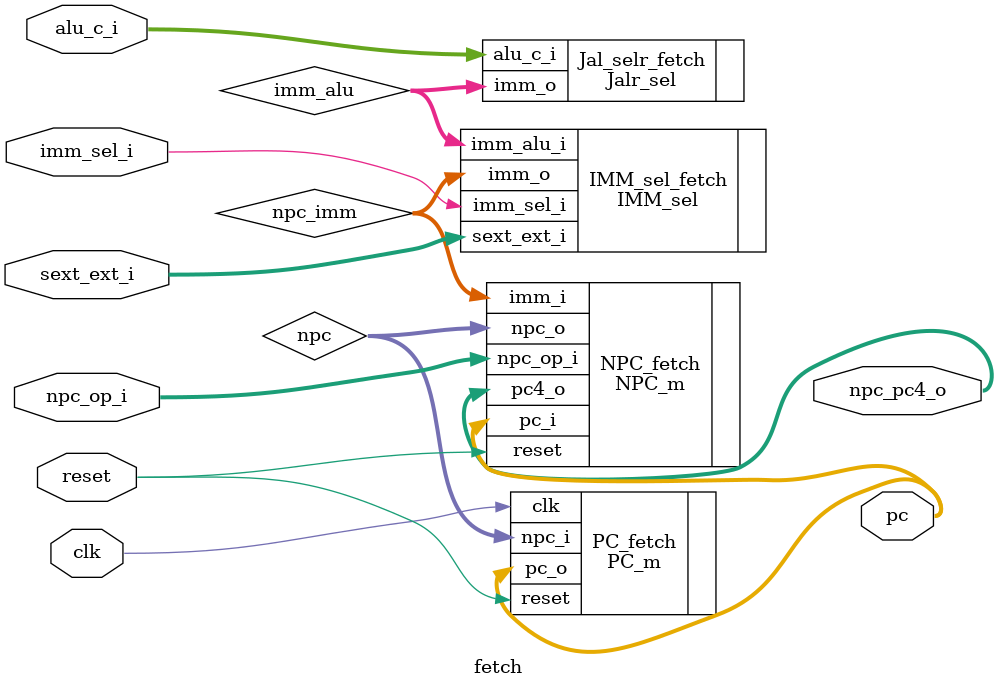
<source format=v>
`timescale 1ns / 1ps


module fetch(
    input clk,
    input reset,
    input [1:0]npc_op_i,
    input imm_sel_i,
    input [31:0]alu_c_i,
    input [31:0]sext_ext_i,
    output [31:0]pc,
    output [31:0] npc_pc4_o

    );
    //ÄÚ²¿ÐÅºÅ
    wire [31:0]imm_alu; //ÓëÃÅµÄÊä³ö
    wire [31:0]npc_imm;
    wire [31:0]npc;
    //µ÷ÓÃ¸÷×ÓÄ£¿é
 
    //pc
    PC_m PC_fetch(
    .clk    (clk),
    .reset  (reset),
    .npc_i  (npc),
    .pc_o   (pc)
    );
    //npc
    NPC_m NPC_fetch(
    .imm_i      (npc_imm),
    .pc_i       (pc),
    .npc_op_i   (npc_op_i),
    .reset      (reset),
    .npc_o      (npc),
    .pc4_o      (npc_pc4_o)
    );
    //imm_sel
    IMM_sel IMM_sel_fetch(
    .imm_alu_i  (imm_alu),
    .sext_ext_i (sext_ext_i),
    .imm_sel_i  (imm_sel_i),
    .imm_o      (npc_imm)
    );
    //ÓëÃÅ
    Jalr_sel Jal_selr_fetch(
    .alu_c_i    (alu_c_i),
    .imm_o  (imm_alu)
    );
endmodule

</source>
